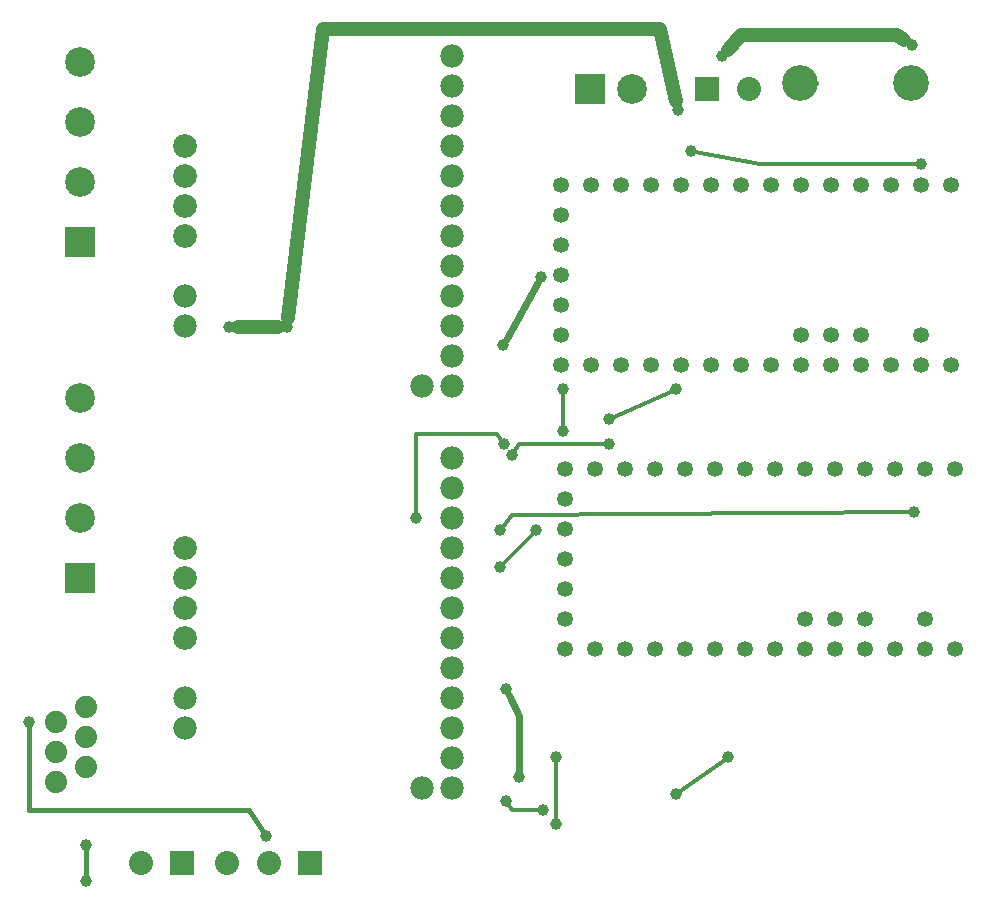
<source format=gtl>
G04 MADE WITH FRITZING*
G04 WWW.FRITZING.ORG*
G04 DOUBLE SIDED*
G04 HOLES PLATED*
G04 CONTOUR ON CENTER OF CONTOUR VECTOR*
%ASAXBY*%
%FSLAX23Y23*%
%MOIN*%
%OFA0B0*%
%SFA1.0B1.0*%
%ADD10C,0.079370*%
%ADD11C,0.099055*%
%ADD12C,0.039370*%
%ADD13C,0.053000*%
%ADD14C,0.080000*%
%ADD15C,0.118740*%
%ADD16C,0.082000*%
%ADD17C,0.078000*%
%ADD18C,0.074000*%
%ADD19R,0.099055X0.099055*%
%ADD20R,0.080000X0.080000*%
%ADD21R,0.082000X0.082000*%
%ADD22C,0.048000*%
%ADD23C,0.012000*%
%ADD24C,0.024000*%
%ADD25C,0.016000*%
%LNCOPPER1*%
G90*
G70*
G54D10*
X834Y2490D03*
X834Y2390D03*
X834Y2290D03*
X834Y2190D03*
X834Y1150D03*
X834Y1050D03*
X834Y950D03*
X834Y850D03*
G54D11*
X484Y1050D03*
X484Y1250D03*
X484Y1450D03*
X484Y1650D03*
X484Y2170D03*
X484Y2370D03*
X484Y2570D03*
X484Y2770D03*
G54D12*
X2475Y2611D03*
X3263Y1270D03*
X1883Y1210D03*
X1883Y1089D03*
X1945Y389D03*
X1904Y680D03*
X2025Y279D03*
X1904Y309D03*
X2245Y1499D03*
X1924Y1460D03*
X2004Y1210D03*
X1895Y1499D03*
X2094Y1540D03*
X3255Y2829D03*
X1603Y1250D03*
X2624Y2790D03*
X1173Y1888D03*
X980Y1888D03*
X2521Y2475D03*
X3287Y2433D03*
X2470Y1680D03*
X2093Y1680D03*
X2245Y1580D03*
X1893Y1829D03*
X2020Y2054D03*
X2644Y454D03*
X2468Y330D03*
X2069Y454D03*
X2069Y230D03*
G54D13*
X2087Y1760D03*
X2187Y1760D03*
X2287Y1760D03*
X2387Y1760D03*
X2487Y1760D03*
X2587Y1760D03*
X2687Y1760D03*
X2787Y1760D03*
X2887Y1760D03*
X2987Y1760D03*
X3087Y1760D03*
X3187Y1760D03*
X3287Y1760D03*
X3387Y1760D03*
X3287Y1860D03*
X2087Y2360D03*
X2187Y2360D03*
X2287Y2360D03*
X2387Y2360D03*
X2487Y2360D03*
X2587Y2360D03*
X2687Y2360D03*
X2787Y2360D03*
X2887Y2360D03*
X2987Y2360D03*
X3087Y2360D03*
X3187Y2360D03*
X3287Y2360D03*
X3387Y2360D03*
X2987Y1860D03*
X3087Y1860D03*
X2887Y1860D03*
X2087Y2160D03*
X2087Y2260D03*
X2087Y2060D03*
X2087Y1860D03*
X2087Y1960D03*
X2098Y815D03*
X2198Y815D03*
X2298Y815D03*
X2398Y815D03*
X2498Y815D03*
X2598Y815D03*
X2698Y815D03*
X2798Y815D03*
X2898Y815D03*
X2998Y815D03*
X3098Y815D03*
X3198Y815D03*
X3298Y815D03*
X3398Y815D03*
X3298Y915D03*
X2098Y1415D03*
X2198Y1415D03*
X2298Y1415D03*
X2398Y1415D03*
X2498Y1415D03*
X2598Y1415D03*
X2698Y1415D03*
X2798Y1415D03*
X2898Y1415D03*
X2998Y1415D03*
X3098Y1415D03*
X3198Y1415D03*
X3298Y1415D03*
X3398Y1415D03*
X2998Y915D03*
X3098Y915D03*
X2898Y915D03*
X2098Y1215D03*
X2098Y1315D03*
X2098Y1115D03*
X2098Y915D03*
X2098Y1015D03*
G54D14*
X2574Y2680D03*
X2712Y2680D03*
G54D15*
X2884Y2700D03*
X3254Y2700D03*
G54D16*
X3254Y2700D03*
X2886Y2700D03*
G54D17*
X1724Y2790D03*
X1724Y2690D03*
X1724Y2590D03*
X1724Y2490D03*
X1724Y2390D03*
X1724Y2290D03*
X1724Y2190D03*
X1724Y2090D03*
X1724Y1990D03*
X1724Y1890D03*
X1724Y1790D03*
X1724Y1450D03*
X1724Y1350D03*
X1724Y1250D03*
X1724Y1150D03*
X1724Y1050D03*
X1724Y950D03*
X1724Y850D03*
X1724Y750D03*
X1724Y650D03*
X1724Y550D03*
X1724Y450D03*
X834Y1990D03*
X834Y1890D03*
X834Y650D03*
X834Y550D03*
X1724Y1690D03*
X1624Y1690D03*
X1724Y350D03*
X1624Y350D03*
G54D11*
X2184Y2680D03*
X2322Y2680D03*
G54D18*
X504Y620D03*
X404Y570D03*
X504Y520D03*
X404Y470D03*
X504Y420D03*
X404Y370D03*
X504Y620D03*
X404Y570D03*
X504Y520D03*
X404Y470D03*
X504Y420D03*
X404Y370D03*
G54D14*
X1250Y100D03*
X1112Y100D03*
X974Y100D03*
X824Y100D03*
X686Y100D03*
G54D12*
X503Y160D03*
X503Y40D03*
X314Y570D03*
X1103Y190D03*
G54D19*
X484Y1050D03*
X484Y2170D03*
G54D20*
X2574Y2680D03*
G54D21*
X3255Y2700D03*
G54D19*
X2184Y2680D03*
G54D20*
X1250Y100D03*
X824Y100D03*
G54D22*
X2468Y2641D02*
X2415Y2882D01*
D02*
X2415Y2882D02*
X1294Y2881D01*
D02*
X1294Y2881D02*
X1177Y1918D01*
G54D23*
D02*
X1924Y279D02*
X2011Y279D01*
D02*
X1911Y298D02*
X1924Y279D01*
G54D24*
D02*
X1945Y590D02*
X1945Y408D01*
D02*
X1912Y663D02*
X1945Y590D01*
G54D23*
D02*
X1924Y1261D02*
X1892Y1221D01*
D02*
X3250Y1270D02*
X1924Y1261D01*
D02*
X1945Y1499D02*
X1931Y1472D01*
D02*
X2231Y1499D02*
X1945Y1499D01*
D02*
X1893Y1099D02*
X1995Y1201D01*
G54D22*
D02*
X2685Y2860D02*
X3205Y2860D01*
D02*
X3205Y2860D02*
X3229Y2845D01*
D02*
X2644Y2813D02*
X2685Y2860D01*
G54D23*
D02*
X2093Y1667D02*
X2094Y1553D01*
D02*
X1603Y1531D02*
X1603Y1264D01*
D02*
X1887Y1510D02*
X1874Y1531D01*
D02*
X1874Y1531D02*
X1603Y1531D01*
G54D22*
D02*
X1010Y1888D02*
X1143Y1888D01*
G54D24*
D02*
X2934Y2700D02*
X2854Y2700D01*
D02*
X2010Y2038D02*
X1902Y1846D01*
G54D23*
D02*
X2257Y1585D02*
X2458Y1675D01*
D02*
X2748Y2433D02*
X2534Y2473D01*
D02*
X3274Y2433D02*
X2748Y2433D01*
D02*
X2068Y441D02*
X2068Y244D01*
D02*
X2479Y338D02*
X2633Y446D01*
G54D25*
D02*
X503Y53D02*
X503Y147D01*
D02*
X1096Y202D02*
X1045Y279D01*
D02*
X1045Y279D02*
X314Y279D01*
D02*
X314Y279D02*
X314Y557D01*
G04 End of Copper1*
M02*
</source>
